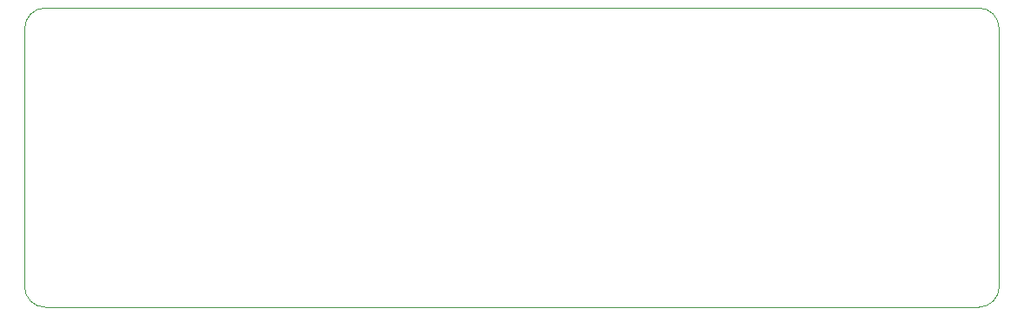
<source format=gko>
G04 #@! TF.GenerationSoftware,KiCad,Pcbnew,5.1.6-c6e7f7d~86~ubuntu18.04.1*
G04 #@! TF.CreationDate,2020-07-10T20:36:52+01:00*
G04 #@! TF.ProjectId,acid-casualty-v2,61636964-2d63-4617-9375-616c74792d76,rev?*
G04 #@! TF.SameCoordinates,Original*
G04 #@! TF.FileFunction,Profile,NP*
%FSLAX46Y46*%
G04 Gerber Fmt 4.6, Leading zero omitted, Abs format (unit mm)*
G04 Created by KiCad (PCBNEW 5.1.6-c6e7f7d~86~ubuntu18.04.1) date 2020-07-10 20:36:52*
%MOMM*%
%LPD*%
G01*
G04 APERTURE LIST*
G04 #@! TA.AperFunction,Profile*
%ADD10C,0.050000*%
G04 #@! TD*
G04 APERTURE END LIST*
D10*
X103041100Y-119603600D02*
X193961100Y-119603600D01*
X195961100Y-117603600D02*
G75*
G02*
X193961100Y-119603600I-2000000J0D01*
G01*
X195961100Y-117603600D02*
X195961100Y-92403600D01*
X193961100Y-90403600D02*
G75*
G02*
X195961100Y-92403600I0J-2000000D01*
G01*
X193961100Y-90403600D02*
X103041100Y-90403600D01*
X101041100Y-92403600D02*
G75*
G02*
X103041100Y-90403600I2000000J0D01*
G01*
X101041100Y-92403600D02*
X101041100Y-117603600D01*
X103041100Y-119603600D02*
G75*
G02*
X101041100Y-117603600I0J2000000D01*
G01*
M02*

</source>
